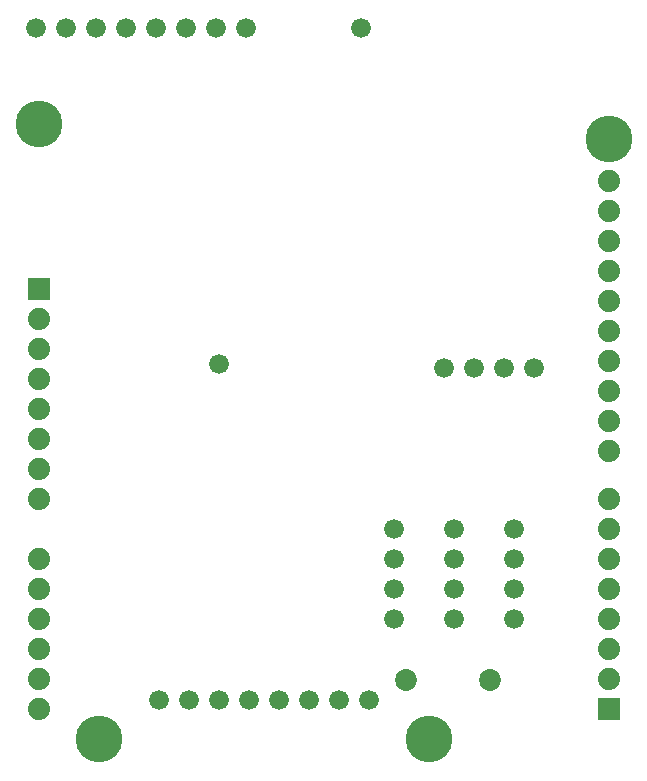
<source format=gbr>
G04 start of page 8 for group -4062 idx -4062 *
G04 Title: (unknown), soldermask *
G04 Creator: pcb 20140316 *
G04 CreationDate: Mon 26 Dec 2016 03:50:00 AM GMT UTC *
G04 For: railfan *
G04 Format: Gerber/RS-274X *
G04 PCB-Dimensions (mil): 2100.00 2700.00 *
G04 PCB-Coordinate-Origin: lower left *
%MOIN*%
%FSLAX25Y25*%
%LNBOTTOMMASK*%
%ADD69C,0.0730*%
%ADD68C,0.1560*%
%ADD67C,0.0660*%
%ADD66C,0.0740*%
%ADD65C,0.0001*%
G54D65*G36*
X196300Y23700D02*Y16300D01*
X203700D01*
Y23700D01*
X196300D01*
G37*
G54D66*X200000Y30000D03*
Y40000D03*
Y70000D03*
X10000Y130000D03*
Y120000D03*
Y110000D03*
Y100000D03*
G54D67*X70000Y135000D03*
G54D65*G36*
X6300Y163700D02*Y156300D01*
X13700D01*
Y163700D01*
X6300D01*
G37*
G54D66*X10000Y150000D03*
Y140000D03*
Y90000D03*
X200000Y80000D03*
Y90000D03*
Y106000D03*
Y116000D03*
Y126000D03*
Y136000D03*
Y146000D03*
Y156000D03*
Y166000D03*
Y176000D03*
Y186000D03*
Y196000D03*
G54D68*Y210000D03*
G54D66*Y50000D03*
G54D67*X128500D03*
X148500D03*
X168500D03*
G54D66*X200000Y60000D03*
G54D67*X128500D03*
X148500D03*
X168500D03*
G54D68*X140000Y10000D03*
G54D67*X145000Y133500D03*
X155000D03*
X165000D03*
X175000D03*
G54D69*X132450Y29500D03*
X160550D03*
G54D67*X128500Y70000D03*
Y80000D03*
X148500Y70000D03*
Y80000D03*
X168500Y70000D03*
Y80000D03*
X120000Y23000D03*
X110000D03*
X100000D03*
X90000D03*
X80000D03*
G54D68*X10000Y215000D03*
G54D67*X117500Y247000D03*
X79000D03*
X69000D03*
X59000D03*
X49000D03*
X39000D03*
X29000D03*
X19000D03*
X9000D03*
G54D66*X10000Y70000D03*
Y60000D03*
Y50000D03*
Y40000D03*
Y30000D03*
Y20000D03*
G54D68*X30000Y10000D03*
G54D67*X70000Y23000D03*
X60000D03*
X50000D03*
M02*

</source>
